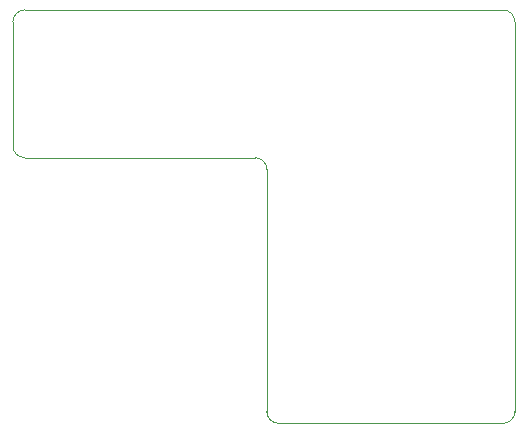
<source format=gm1>
%TF.GenerationSoftware,KiCad,Pcbnew,9.0.2*%
%TF.CreationDate,2025-08-29T11:08:53+00:00*%
%TF.ProjectId,AERIS-Nano Breakout Board,41455249-532d-44e6-916e-6f2042726561,rev?*%
%TF.SameCoordinates,Original*%
%TF.FileFunction,Profile,NP*%
%FSLAX46Y46*%
G04 Gerber Fmt 4.6, Leading zero omitted, Abs format (unit mm)*
G04 Created by KiCad (PCBNEW 9.0.2) date 2025-08-29 11:08:53*
%MOMM*%
%LPD*%
G01*
G04 APERTURE LIST*
%TA.AperFunction,Profile*%
%ADD10C,0.050000*%
%TD*%
G04 APERTURE END LIST*
D10*
X147000000Y-91500000D02*
G75*
G02*
X148000000Y-90500000I1000000J0D01*
G01*
X189500000Y-124500000D02*
X189500000Y-91500000D01*
X169500000Y-125500000D02*
G75*
G02*
X168500000Y-124500000I0J1000000D01*
G01*
X167500000Y-103000000D02*
X148000000Y-103000000D01*
X169500000Y-125500000D02*
X188500000Y-125500000D01*
X167500000Y-103000000D02*
G75*
G02*
X168500000Y-104000000I0J-1000000D01*
G01*
X168500000Y-124500000D02*
X168500000Y-104000000D01*
X148000000Y-103000000D02*
G75*
G02*
X147000000Y-102000000I0J1000000D01*
G01*
X188500000Y-90500000D02*
X148000000Y-90500000D01*
X189500000Y-124500000D02*
G75*
G02*
X188500000Y-125500000I-1000000J0D01*
G01*
X147000000Y-91500000D02*
X147000000Y-102000000D01*
X188500000Y-90500000D02*
G75*
G02*
X189500000Y-91500000I0J-1000000D01*
G01*
M02*

</source>
